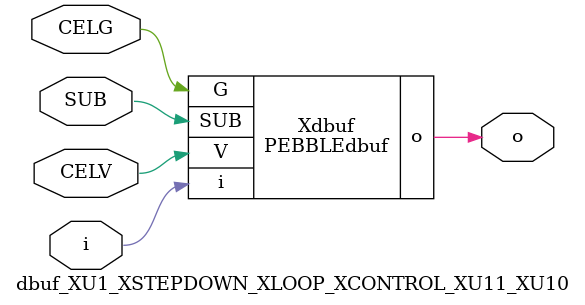
<source format=v>



module PEBBLEdbuf ( o, G, SUB, V, i );

  input V;
  input i;
  input G;
  output o;
  input SUB;
endmodule

//Celera Confidential Do Not Copy dbuf_XU1_XSTEPDOWN_XLOOP_XCONTROL_XU11_XU10
//Celera Confidential Symbol Generator
//Digital Buffer
module dbuf_XU1_XSTEPDOWN_XLOOP_XCONTROL_XU11_XU10 (CELV,CELG,i,o,SUB);
input CELV;
input CELG;
input i;
input SUB;
output o;

//Celera Confidential Do Not Copy dbuf
PEBBLEdbuf Xdbuf(
.V (CELV),
.i (i),
.o (o),
.SUB (SUB),
.G (CELG)
);
//,diesize,PEBBLEdbuf

//Celera Confidential Do Not Copy Module End
//Celera Schematic Generator
endmodule

</source>
